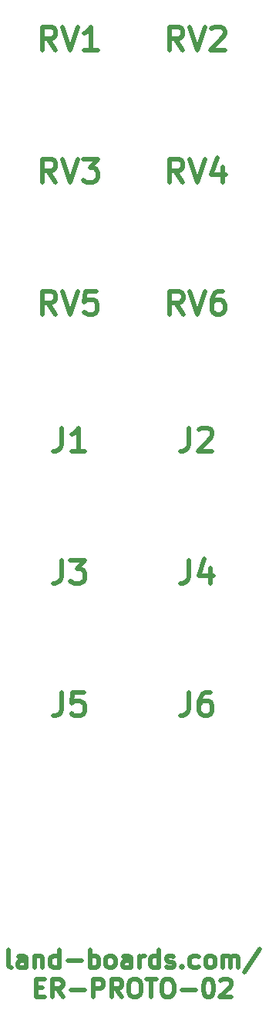
<source format=gto>
%TF.GenerationSoftware,KiCad,Pcbnew,(6.0.1)*%
%TF.CreationDate,2022-10-28T18:55:37-04:00*%
%TF.ProjectId,ER-PROTO-02-PANEL,45522d50-524f-4544-9f2d-30322d50414e,1*%
%TF.SameCoordinates,Original*%
%TF.FileFunction,Legend,Top*%
%TF.FilePolarity,Positive*%
%FSLAX46Y46*%
G04 Gerber Fmt 4.6, Leading zero omitted, Abs format (unit mm)*
G04 Created by KiCad (PCBNEW (6.0.1)) date 2022-10-28 18:55:37*
%MOMM*%
%LPD*%
G01*
G04 APERTURE LIST*
%ADD10C,0.508000*%
%ADD11C,0.500000*%
G04 APERTURE END LIST*
D10*
X77964083Y-17215047D02*
X77117416Y-16005523D01*
X76512654Y-17215047D02*
X76512654Y-14675047D01*
X77480273Y-14675047D01*
X77722178Y-14796000D01*
X77843130Y-14916952D01*
X77964083Y-15158857D01*
X77964083Y-15521714D01*
X77843130Y-15763619D01*
X77722178Y-15884571D01*
X77480273Y-16005523D01*
X76512654Y-16005523D01*
X78689797Y-14675047D02*
X79536464Y-17215047D01*
X80383130Y-14675047D01*
X81108845Y-14916952D02*
X81229797Y-14796000D01*
X81471702Y-14675047D01*
X82076464Y-14675047D01*
X82318368Y-14796000D01*
X82439321Y-14916952D01*
X82560273Y-15158857D01*
X82560273Y-15400761D01*
X82439321Y-15763619D01*
X80987892Y-17215047D01*
X82560273Y-17215047D01*
D11*
X59119047Y-117794761D02*
X58928571Y-117699523D01*
X58833333Y-117509047D01*
X58833333Y-115794761D01*
X60738095Y-117794761D02*
X60738095Y-116747142D01*
X60642857Y-116556666D01*
X60452380Y-116461428D01*
X60071428Y-116461428D01*
X59880952Y-116556666D01*
X60738095Y-117699523D02*
X60547619Y-117794761D01*
X60071428Y-117794761D01*
X59880952Y-117699523D01*
X59785714Y-117509047D01*
X59785714Y-117318571D01*
X59880952Y-117128095D01*
X60071428Y-117032857D01*
X60547619Y-117032857D01*
X60738095Y-116937619D01*
X61690476Y-116461428D02*
X61690476Y-117794761D01*
X61690476Y-116651904D02*
X61785714Y-116556666D01*
X61976190Y-116461428D01*
X62261904Y-116461428D01*
X62452380Y-116556666D01*
X62547619Y-116747142D01*
X62547619Y-117794761D01*
X64357142Y-117794761D02*
X64357142Y-115794761D01*
X64357142Y-117699523D02*
X64166666Y-117794761D01*
X63785714Y-117794761D01*
X63595238Y-117699523D01*
X63499999Y-117604285D01*
X63404761Y-117413809D01*
X63404761Y-116842380D01*
X63499999Y-116651904D01*
X63595238Y-116556666D01*
X63785714Y-116461428D01*
X64166666Y-116461428D01*
X64357142Y-116556666D01*
X65309523Y-117032857D02*
X66833333Y-117032857D01*
X67785714Y-117794761D02*
X67785714Y-115794761D01*
X67785714Y-116556666D02*
X67976190Y-116461428D01*
X68357142Y-116461428D01*
X68547619Y-116556666D01*
X68642857Y-116651904D01*
X68738095Y-116842380D01*
X68738095Y-117413809D01*
X68642857Y-117604285D01*
X68547619Y-117699523D01*
X68357142Y-117794761D01*
X67976190Y-117794761D01*
X67785714Y-117699523D01*
X69880952Y-117794761D02*
X69690476Y-117699523D01*
X69595238Y-117604285D01*
X69500000Y-117413809D01*
X69500000Y-116842380D01*
X69595238Y-116651904D01*
X69690476Y-116556666D01*
X69880952Y-116461428D01*
X70166666Y-116461428D01*
X70357142Y-116556666D01*
X70452380Y-116651904D01*
X70547619Y-116842380D01*
X70547619Y-117413809D01*
X70452380Y-117604285D01*
X70357142Y-117699523D01*
X70166666Y-117794761D01*
X69880952Y-117794761D01*
X72261904Y-117794761D02*
X72261904Y-116747142D01*
X72166666Y-116556666D01*
X71976190Y-116461428D01*
X71595238Y-116461428D01*
X71404761Y-116556666D01*
X72261904Y-117699523D02*
X72071428Y-117794761D01*
X71595238Y-117794761D01*
X71404761Y-117699523D01*
X71309523Y-117509047D01*
X71309523Y-117318571D01*
X71404761Y-117128095D01*
X71595238Y-117032857D01*
X72071428Y-117032857D01*
X72261904Y-116937619D01*
X73214285Y-117794761D02*
X73214285Y-116461428D01*
X73214285Y-116842380D02*
X73309523Y-116651904D01*
X73404761Y-116556666D01*
X73595238Y-116461428D01*
X73785714Y-116461428D01*
X75309523Y-117794761D02*
X75309523Y-115794761D01*
X75309523Y-117699523D02*
X75119047Y-117794761D01*
X74738095Y-117794761D01*
X74547619Y-117699523D01*
X74452380Y-117604285D01*
X74357142Y-117413809D01*
X74357142Y-116842380D01*
X74452380Y-116651904D01*
X74547619Y-116556666D01*
X74738095Y-116461428D01*
X75119047Y-116461428D01*
X75309523Y-116556666D01*
X76166666Y-117699523D02*
X76357142Y-117794761D01*
X76738095Y-117794761D01*
X76928571Y-117699523D01*
X77023809Y-117509047D01*
X77023809Y-117413809D01*
X76928571Y-117223333D01*
X76738095Y-117128095D01*
X76452380Y-117128095D01*
X76261904Y-117032857D01*
X76166666Y-116842380D01*
X76166666Y-116747142D01*
X76261904Y-116556666D01*
X76452380Y-116461428D01*
X76738095Y-116461428D01*
X76928571Y-116556666D01*
X77880952Y-117604285D02*
X77976190Y-117699523D01*
X77880952Y-117794761D01*
X77785714Y-117699523D01*
X77880952Y-117604285D01*
X77880952Y-117794761D01*
X79690476Y-117699523D02*
X79500000Y-117794761D01*
X79119047Y-117794761D01*
X78928571Y-117699523D01*
X78833333Y-117604285D01*
X78738095Y-117413809D01*
X78738095Y-116842380D01*
X78833333Y-116651904D01*
X78928571Y-116556666D01*
X79119047Y-116461428D01*
X79500000Y-116461428D01*
X79690476Y-116556666D01*
X80833333Y-117794761D02*
X80642857Y-117699523D01*
X80547619Y-117604285D01*
X80452380Y-117413809D01*
X80452380Y-116842380D01*
X80547619Y-116651904D01*
X80642857Y-116556666D01*
X80833333Y-116461428D01*
X81119047Y-116461428D01*
X81309523Y-116556666D01*
X81404761Y-116651904D01*
X81500000Y-116842380D01*
X81500000Y-117413809D01*
X81404761Y-117604285D01*
X81309523Y-117699523D01*
X81119047Y-117794761D01*
X80833333Y-117794761D01*
X82357142Y-117794761D02*
X82357142Y-116461428D01*
X82357142Y-116651904D02*
X82452380Y-116556666D01*
X82642857Y-116461428D01*
X82928571Y-116461428D01*
X83119047Y-116556666D01*
X83214285Y-116747142D01*
X83214285Y-117794761D01*
X83214285Y-116747142D02*
X83309523Y-116556666D01*
X83500000Y-116461428D01*
X83785714Y-116461428D01*
X83976190Y-116556666D01*
X84071428Y-116747142D01*
X84071428Y-117794761D01*
X86452380Y-115699523D02*
X84738095Y-118270952D01*
X61833333Y-119967142D02*
X62500000Y-119967142D01*
X62785714Y-121014761D02*
X61833333Y-121014761D01*
X61833333Y-119014761D01*
X62785714Y-119014761D01*
X64785714Y-121014761D02*
X64119047Y-120062380D01*
X63642857Y-121014761D02*
X63642857Y-119014761D01*
X64404761Y-119014761D01*
X64595238Y-119110000D01*
X64690476Y-119205238D01*
X64785714Y-119395714D01*
X64785714Y-119681428D01*
X64690476Y-119871904D01*
X64595238Y-119967142D01*
X64404761Y-120062380D01*
X63642857Y-120062380D01*
X65642857Y-120252857D02*
X67166666Y-120252857D01*
X68119047Y-121014761D02*
X68119047Y-119014761D01*
X68880952Y-119014761D01*
X69071428Y-119110000D01*
X69166666Y-119205238D01*
X69261904Y-119395714D01*
X69261904Y-119681428D01*
X69166666Y-119871904D01*
X69071428Y-119967142D01*
X68880952Y-120062380D01*
X68119047Y-120062380D01*
X71261904Y-121014761D02*
X70595238Y-120062380D01*
X70119047Y-121014761D02*
X70119047Y-119014761D01*
X70880952Y-119014761D01*
X71071428Y-119110000D01*
X71166666Y-119205238D01*
X71261904Y-119395714D01*
X71261904Y-119681428D01*
X71166666Y-119871904D01*
X71071428Y-119967142D01*
X70880952Y-120062380D01*
X70119047Y-120062380D01*
X72500000Y-119014761D02*
X72880952Y-119014761D01*
X73071428Y-119110000D01*
X73261904Y-119300476D01*
X73357142Y-119681428D01*
X73357142Y-120348095D01*
X73261904Y-120729047D01*
X73071428Y-120919523D01*
X72880952Y-121014761D01*
X72500000Y-121014761D01*
X72309523Y-120919523D01*
X72119047Y-120729047D01*
X72023809Y-120348095D01*
X72023809Y-119681428D01*
X72119047Y-119300476D01*
X72309523Y-119110000D01*
X72500000Y-119014761D01*
X73928571Y-119014761D02*
X75071428Y-119014761D01*
X74500000Y-121014761D02*
X74500000Y-119014761D01*
X76119047Y-119014761D02*
X76500000Y-119014761D01*
X76690476Y-119110000D01*
X76880952Y-119300476D01*
X76976190Y-119681428D01*
X76976190Y-120348095D01*
X76880952Y-120729047D01*
X76690476Y-120919523D01*
X76500000Y-121014761D01*
X76119047Y-121014761D01*
X75928571Y-120919523D01*
X75738095Y-120729047D01*
X75642857Y-120348095D01*
X75642857Y-119681428D01*
X75738095Y-119300476D01*
X75928571Y-119110000D01*
X76119047Y-119014761D01*
X77833333Y-120252857D02*
X79357142Y-120252857D01*
X80690476Y-119014761D02*
X80880952Y-119014761D01*
X81071428Y-119110000D01*
X81166666Y-119205238D01*
X81261904Y-119395714D01*
X81357142Y-119776666D01*
X81357142Y-120252857D01*
X81261904Y-120633809D01*
X81166666Y-120824285D01*
X81071428Y-120919523D01*
X80880952Y-121014761D01*
X80690476Y-121014761D01*
X80500000Y-120919523D01*
X80404761Y-120824285D01*
X80309523Y-120633809D01*
X80214285Y-120252857D01*
X80214285Y-119776666D01*
X80309523Y-119395714D01*
X80404761Y-119205238D01*
X80500000Y-119110000D01*
X80690476Y-119014761D01*
X82119047Y-119205238D02*
X82214285Y-119110000D01*
X82404761Y-119014761D01*
X82880952Y-119014761D01*
X83071428Y-119110000D01*
X83166666Y-119205238D01*
X83261904Y-119395714D01*
X83261904Y-119586190D01*
X83166666Y-119871904D01*
X82023809Y-121014761D01*
X83261904Y-121014761D01*
D10*
X63994083Y-17215047D02*
X63147416Y-16005523D01*
X62542654Y-17215047D02*
X62542654Y-14675047D01*
X63510273Y-14675047D01*
X63752178Y-14796000D01*
X63873130Y-14916952D01*
X63994083Y-15158857D01*
X63994083Y-15521714D01*
X63873130Y-15763619D01*
X63752178Y-15884571D01*
X63510273Y-16005523D01*
X62542654Y-16005523D01*
X64719797Y-14675047D02*
X65566464Y-17215047D01*
X66413130Y-14675047D01*
X68590273Y-17215047D02*
X67138845Y-17215047D01*
X67864559Y-17215047D02*
X67864559Y-14675047D01*
X67622654Y-15037904D01*
X67380749Y-15279809D01*
X67138845Y-15400761D01*
X77988095Y-46171047D02*
X77141428Y-44961523D01*
X76536666Y-46171047D02*
X76536666Y-43631047D01*
X77504285Y-43631047D01*
X77746190Y-43752000D01*
X77867142Y-43872952D01*
X77988095Y-44114857D01*
X77988095Y-44477714D01*
X77867142Y-44719619D01*
X77746190Y-44840571D01*
X77504285Y-44961523D01*
X76536666Y-44961523D01*
X78713809Y-43631047D02*
X79560476Y-46171047D01*
X80407142Y-43631047D01*
X82342380Y-43631047D02*
X81858571Y-43631047D01*
X81616666Y-43752000D01*
X81495714Y-43872952D01*
X81253809Y-44235809D01*
X81132857Y-44719619D01*
X81132857Y-45687238D01*
X81253809Y-45929142D01*
X81374761Y-46050095D01*
X81616666Y-46171047D01*
X82100476Y-46171047D01*
X82342380Y-46050095D01*
X82463333Y-45929142D01*
X82584285Y-45687238D01*
X82584285Y-45082476D01*
X82463333Y-44840571D01*
X82342380Y-44719619D01*
X82100476Y-44598666D01*
X81616666Y-44598666D01*
X81374761Y-44719619D01*
X81253809Y-44840571D01*
X81132857Y-45082476D01*
X78653333Y-73095047D02*
X78653333Y-74909333D01*
X78532380Y-75272190D01*
X78290476Y-75514095D01*
X77927619Y-75635047D01*
X77685714Y-75635047D01*
X80951428Y-73941714D02*
X80951428Y-75635047D01*
X80346666Y-72974095D02*
X79741904Y-74788380D01*
X81314285Y-74788380D01*
X78653333Y-87573047D02*
X78653333Y-89387333D01*
X78532380Y-89750190D01*
X78290476Y-89992095D01*
X77927619Y-90113047D01*
X77685714Y-90113047D01*
X80951428Y-87573047D02*
X80467619Y-87573047D01*
X80225714Y-87694000D01*
X80104761Y-87814952D01*
X79862857Y-88177809D01*
X79741904Y-88661619D01*
X79741904Y-89629238D01*
X79862857Y-89871142D01*
X79983809Y-89992095D01*
X80225714Y-90113047D01*
X80709523Y-90113047D01*
X80951428Y-89992095D01*
X81072380Y-89871142D01*
X81193333Y-89629238D01*
X81193333Y-89024476D01*
X81072380Y-88782571D01*
X80951428Y-88661619D01*
X80709523Y-88540666D01*
X80225714Y-88540666D01*
X79983809Y-88661619D01*
X79862857Y-88782571D01*
X79741904Y-89024476D01*
X77964083Y-31693047D02*
X77117416Y-30483523D01*
X76512654Y-31693047D02*
X76512654Y-29153047D01*
X77480273Y-29153047D01*
X77722178Y-29274000D01*
X77843130Y-29394952D01*
X77964083Y-29636857D01*
X77964083Y-29999714D01*
X77843130Y-30241619D01*
X77722178Y-30362571D01*
X77480273Y-30483523D01*
X76512654Y-30483523D01*
X78689797Y-29153047D02*
X79536464Y-31693047D01*
X80383130Y-29153047D01*
X82318368Y-29999714D02*
X82318368Y-31693047D01*
X81713607Y-29032095D02*
X81108845Y-30846380D01*
X82681226Y-30846380D01*
X63994083Y-31693047D02*
X63147416Y-30483523D01*
X62542654Y-31693047D02*
X62542654Y-29153047D01*
X63510273Y-29153047D01*
X63752178Y-29274000D01*
X63873130Y-29394952D01*
X63994083Y-29636857D01*
X63994083Y-29999714D01*
X63873130Y-30241619D01*
X63752178Y-30362571D01*
X63510273Y-30483523D01*
X62542654Y-30483523D01*
X64719797Y-29153047D02*
X65566464Y-31693047D01*
X66413130Y-29153047D01*
X67017892Y-29153047D02*
X68590273Y-29153047D01*
X67743607Y-30120666D01*
X68106464Y-30120666D01*
X68348368Y-30241619D01*
X68469321Y-30362571D01*
X68590273Y-30604476D01*
X68590273Y-31209238D01*
X68469321Y-31451142D01*
X68348368Y-31572095D01*
X68106464Y-31693047D01*
X67380749Y-31693047D01*
X67138845Y-31572095D01*
X67017892Y-31451142D01*
X63988089Y-46171047D02*
X63141422Y-44961523D01*
X62536660Y-46171047D02*
X62536660Y-43631047D01*
X63504279Y-43631047D01*
X63746184Y-43752000D01*
X63867136Y-43872952D01*
X63988089Y-44114857D01*
X63988089Y-44477714D01*
X63867136Y-44719619D01*
X63746184Y-44840571D01*
X63504279Y-44961523D01*
X62536660Y-44961523D01*
X64713803Y-43631047D02*
X65560470Y-46171047D01*
X66407136Y-43631047D01*
X68463327Y-43631047D02*
X67253803Y-43631047D01*
X67132851Y-44840571D01*
X67253803Y-44719619D01*
X67495708Y-44598666D01*
X68100470Y-44598666D01*
X68342374Y-44719619D01*
X68463327Y-44840571D01*
X68584279Y-45082476D01*
X68584279Y-45687238D01*
X68463327Y-45929142D01*
X68342374Y-46050095D01*
X68100470Y-46171047D01*
X67495708Y-46171047D01*
X67253803Y-46050095D01*
X67132851Y-45929142D01*
X64653333Y-87609047D02*
X64653333Y-89423333D01*
X64532380Y-89786190D01*
X64290476Y-90028095D01*
X63927619Y-90149047D01*
X63685714Y-90149047D01*
X67072380Y-87609047D02*
X65862857Y-87609047D01*
X65741904Y-88818571D01*
X65862857Y-88697619D01*
X66104761Y-88576666D01*
X66709523Y-88576666D01*
X66951428Y-88697619D01*
X67072380Y-88818571D01*
X67193333Y-89060476D01*
X67193333Y-89665238D01*
X67072380Y-89907142D01*
X66951428Y-90028095D01*
X66709523Y-90149047D01*
X66104761Y-90149047D01*
X65862857Y-90028095D01*
X65741904Y-89907142D01*
X64659321Y-58617047D02*
X64659321Y-60431333D01*
X64538368Y-60794190D01*
X64296464Y-61036095D01*
X63933607Y-61157047D01*
X63691702Y-61157047D01*
X67199321Y-61157047D02*
X65747892Y-61157047D01*
X66473607Y-61157047D02*
X66473607Y-58617047D01*
X66231702Y-58979904D01*
X65989797Y-59221809D01*
X65747892Y-59342761D01*
X78629321Y-58617047D02*
X78629321Y-60431333D01*
X78508368Y-60794190D01*
X78266464Y-61036095D01*
X77903607Y-61157047D01*
X77661702Y-61157047D01*
X79717892Y-58858952D02*
X79838845Y-58738000D01*
X80080749Y-58617047D01*
X80685511Y-58617047D01*
X80927416Y-58738000D01*
X81048368Y-58858952D01*
X81169321Y-59100857D01*
X81169321Y-59342761D01*
X81048368Y-59705619D01*
X79596940Y-61157047D01*
X81169321Y-61157047D01*
X64653333Y-73095047D02*
X64653333Y-74909333D01*
X64532380Y-75272190D01*
X64290476Y-75514095D01*
X63927619Y-75635047D01*
X63685714Y-75635047D01*
X65620952Y-73095047D02*
X67193333Y-73095047D01*
X66346666Y-74062666D01*
X66709523Y-74062666D01*
X66951428Y-74183619D01*
X67072380Y-74304571D01*
X67193333Y-74546476D01*
X67193333Y-75151238D01*
X67072380Y-75393142D01*
X66951428Y-75514095D01*
X66709523Y-75635047D01*
X65983809Y-75635047D01*
X65741904Y-75514095D01*
X65620952Y-75393142D01*
M02*

</source>
